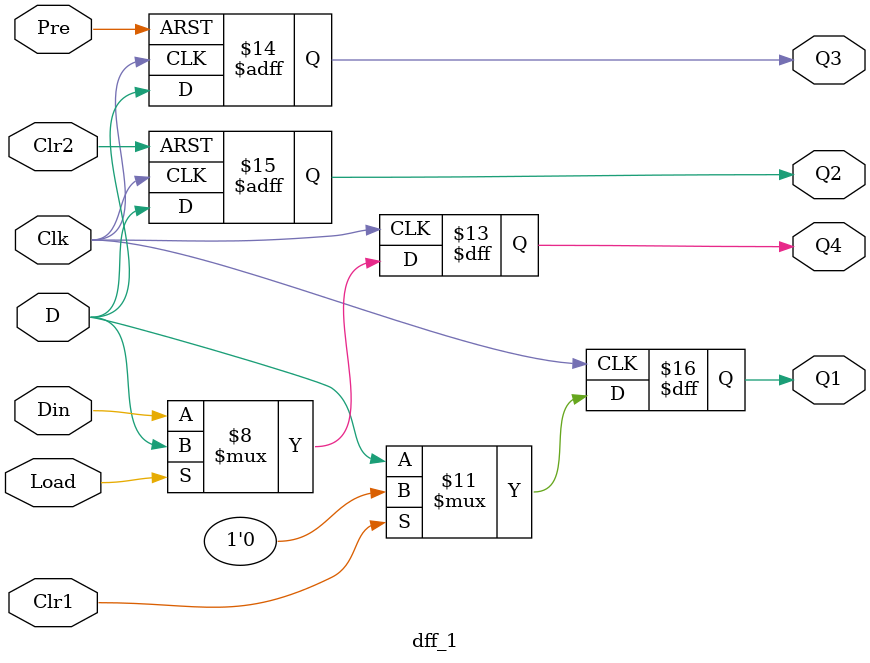
<source format=v>

module dff_1 (Clk,D,Din,Clr1,Clr2,Pre,Load,Q1,Q2,Q3,Q4);
input  Clk,D,Din,Clr1,Clr2,Pre,Load;	// ¤@¦ì¤¸¿é¤J
output Q1,Q2,Q3,Q4;			// ¤@¦ì¤¸¿é¥X 
reg    Q1,Q2,Q3,Q4;			// «Å§i¬°¼È¦s¾¹¸ê®Æ

// ¤W½tÄ²µo®É¯ß, ¤W½t¦P¨B²M°£
always@ (posedge Clk)	// ¦P¨B²M°£, µL¶·¦C¥X
  if (Clr1)   Q1 = 0;	// ¤W½tÄ²µo, Clr1
  else 	      Q1 = D;

// ¤W½tÄ²µo®É¯ß, ¤W½t«D¦P¨B²M°£
always@ (posedge Clk or posedge Clr2)  // «D¦P¨B²M°£, ¥²¶·¦C¥X
  if (Clr2)   Q2 = 0;	// ¤W½tÄ²µo, Clr2
  else        Q2 = D;

// ¤U½tÄ²µo®É¯ß, ¤U½t«D¦P¨B¹w¸m
always@ (negedge Clk or negedge Pre)  // «D¦P¨B¹w¸m, ¥²¶·¦C¥X
  if (!Pre)   Q3 = 1;	// ¤U½tÄ²µo, !Pre
  else        Q3 = D;

// ¤U½tÄ²µo®É¯ß, ¤U½t¦P¨B¸ü¤J
always@ (negedge Clk)   // ¦P¨B¸ü¤J, µL¶·¦C¥X
  if (!Load)  Q4 = Din;	// ¤U½tÄ²µo, !Load
  else	      Q4 = D;

endmodule



</source>
